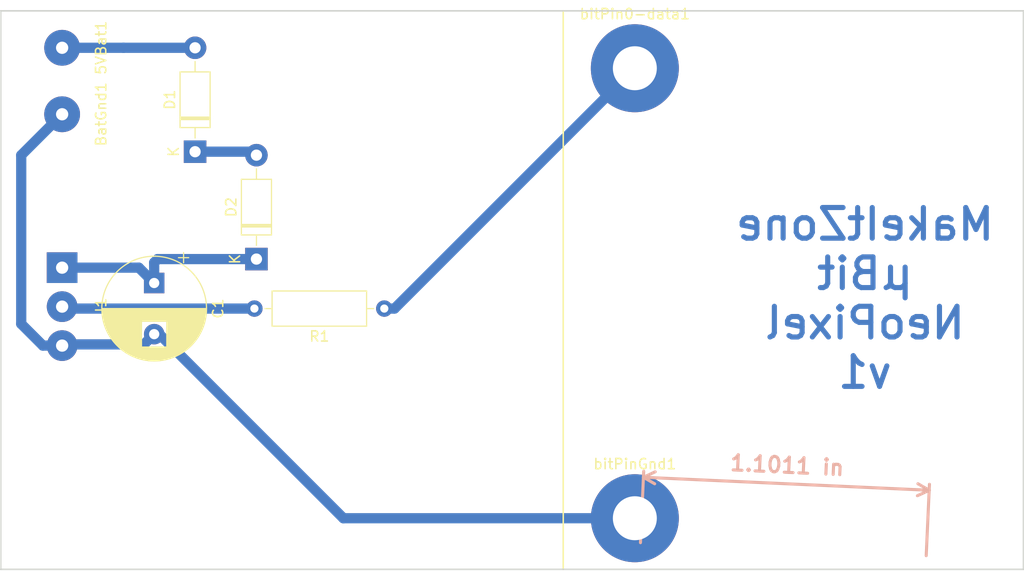
<source format=kicad_pcb>
(kicad_pcb (version 20171130) (host pcbnew "(5.0.1-3-g963ef8bb5)")

  (general
    (thickness 1.6)
    (drawings 7)
    (tracks 23)
    (zones 0)
    (modules 9)
    (nets 7)
  )

  (page A4)
  (layers
    (0 F.Cu signal)
    (31 B.Cu signal)
    (33 F.Adhes user)
    (35 F.Paste user)
    (37 F.SilkS user)
    (39 F.Mask user)
    (40 Dwgs.User user)
    (41 Cmts.User user)
    (42 Eco1.User user)
    (43 Eco2.User user)
    (44 Edge.Cuts user)
    (45 Margin user)
    (46 B.CrtYd user)
    (47 F.CrtYd user)
    (49 F.Fab user)
  )

  (setup
    (last_trace_width 1)
    (user_trace_width 0.5)
    (user_trace_width 1)
    (trace_clearance 0.2)
    (zone_clearance 0.508)
    (zone_45_only no)
    (trace_min 0.2)
    (segment_width 0.15)
    (edge_width 0.15)
    (via_size 2.5)
    (via_drill 0.5)
    (via_min_size 2.5)
    (via_min_drill 0.5)
    (uvia_size 0.3)
    (uvia_drill 0.1)
    (uvias_allowed no)
    (uvia_min_size 0.2)
    (uvia_min_drill 0.1)
    (pcb_text_width 0.3)
    (pcb_text_size 1.5 1.5)
    (mod_edge_width 0.15)
    (mod_text_size 1 1)
    (mod_text_width 0.15)
    (pad_size 8.6 8.6)
    (pad_drill 4.3)
    (pad_to_mask_clearance 0.051)
    (solder_mask_min_width 0.25)
    (aux_axis_origin 0 0)
    (visible_elements FFFFFF7F)
    (pcbplotparams
      (layerselection 0x00000_fffffffe)
      (usegerberextensions false)
      (usegerberattributes false)
      (usegerberadvancedattributes false)
      (creategerberjobfile false)
      (excludeedgelayer false)
      (linewidth 0.100000)
      (plotframeref false)
      (viasonmask false)
      (mode 1)
      (useauxorigin false)
      (hpglpennumber 1)
      (hpglpenspeed 20)
      (hpglpendiameter 15.000000)
      (psnegative false)
      (psa4output false)
      (plotreference false)
      (plotvalue false)
      (plotinvisibletext false)
      (padsonsilk false)
      (subtractmaskfromsilk false)
      (outputformat 1)
      (mirror false)
      (drillshape 0)
      (scaleselection 1)
      (outputdirectory "fabfiles/"))
  )

  (net 0 "")
  (net 1 "Net-(D1-Pad1)")
  (net 2 +5V)
  (net 3 GND)
  (net 4 "Net-(J1-Pad2)")
  (net 5 "Net-(R1-Pad1)")
  (net 6 "Net-(C1-Pad1)")

  (net_class Default "This is the default net class."
    (clearance 0.2)
    (trace_width 0.25)
    (via_dia 2.5)
    (via_drill 0.5)
    (uvia_dia 0.3)
    (uvia_drill 0.1)
    (add_net +5V)
    (add_net GND)
    (add_net "Net-(C1-Pad1)")
    (add_net "Net-(D1-Pad1)")
    (add_net "Net-(J1-Pad2)")
    (add_net "Net-(R1-Pad1)")
  )

  (module Diode_THT:D_DO-41_SOD81_P10.16mm_Horizontal (layer F.Cu) (tedit 5AE50CD5) (tstamp 5BF946B3)
    (at 39 34.16 90)
    (descr "Diode, DO-41_SOD81 series, Axial, Horizontal, pin pitch=10.16mm, , length*diameter=5.2*2.7mm^2, , http://www.diodes.com/_files/packages/DO-41%20(Plastic).pdf")
    (tags "Diode DO-41_SOD81 series Axial Horizontal pin pitch 10.16mm  length 5.2mm diameter 2.7mm")
    (path /5BE971BB)
    (fp_text reference D1 (at 5.08 -2.47 90) (layer F.SilkS)
      (effects (font (size 1 1) (thickness 0.15)))
    )
    (fp_text value 1N4004 (at 5.08 2.47 90) (layer F.Fab)
      (effects (font (size 1 1) (thickness 0.15)))
    )
    (fp_line (start 2.48 -1.35) (end 2.48 1.35) (layer F.Fab) (width 0.1))
    (fp_line (start 2.48 1.35) (end 7.68 1.35) (layer F.Fab) (width 0.1))
    (fp_line (start 7.68 1.35) (end 7.68 -1.35) (layer F.Fab) (width 0.1))
    (fp_line (start 7.68 -1.35) (end 2.48 -1.35) (layer F.Fab) (width 0.1))
    (fp_line (start 0 0) (end 2.48 0) (layer F.Fab) (width 0.1))
    (fp_line (start 10.16 0) (end 7.68 0) (layer F.Fab) (width 0.1))
    (fp_line (start 3.26 -1.35) (end 3.26 1.35) (layer F.Fab) (width 0.1))
    (fp_line (start 3.36 -1.35) (end 3.36 1.35) (layer F.Fab) (width 0.1))
    (fp_line (start 3.16 -1.35) (end 3.16 1.35) (layer F.Fab) (width 0.1))
    (fp_line (start 2.36 -1.47) (end 2.36 1.47) (layer F.SilkS) (width 0.12))
    (fp_line (start 2.36 1.47) (end 7.8 1.47) (layer F.SilkS) (width 0.12))
    (fp_line (start 7.8 1.47) (end 7.8 -1.47) (layer F.SilkS) (width 0.12))
    (fp_line (start 7.8 -1.47) (end 2.36 -1.47) (layer F.SilkS) (width 0.12))
    (fp_line (start 1.34 0) (end 2.36 0) (layer F.SilkS) (width 0.12))
    (fp_line (start 8.82 0) (end 7.8 0) (layer F.SilkS) (width 0.12))
    (fp_line (start 3.26 -1.47) (end 3.26 1.47) (layer F.SilkS) (width 0.12))
    (fp_line (start 3.38 -1.47) (end 3.38 1.47) (layer F.SilkS) (width 0.12))
    (fp_line (start 3.14 -1.47) (end 3.14 1.47) (layer F.SilkS) (width 0.12))
    (fp_line (start -1.35 -1.6) (end -1.35 1.6) (layer F.CrtYd) (width 0.05))
    (fp_line (start -1.35 1.6) (end 11.51 1.6) (layer F.CrtYd) (width 0.05))
    (fp_line (start 11.51 1.6) (end 11.51 -1.6) (layer F.CrtYd) (width 0.05))
    (fp_line (start 11.51 -1.6) (end -1.35 -1.6) (layer F.CrtYd) (width 0.05))
    (fp_text user %R (at 5.47 0 90) (layer F.Fab)
      (effects (font (size 1 1) (thickness 0.15)))
    )
    (fp_text user K (at 0 -2.1 90) (layer F.Fab)
      (effects (font (size 1 1) (thickness 0.15)))
    )
    (fp_text user K (at 0 -2.1 90) (layer F.SilkS)
      (effects (font (size 1 1) (thickness 0.15)))
    )
    (pad 1 thru_hole rect (at 0 0 90) (size 2.2 2.2) (drill 1.1) (layers *.Cu *.Mask)
      (net 1 "Net-(D1-Pad1)"))
    (pad 2 thru_hole oval (at 10.16 0 90) (size 2.2 2.2) (drill 1.1) (layers *.Cu *.Mask)
      (net 2 +5V))
    (model ${KISYS3DMOD}/Diode_THT.3dshapes/D_DO-41_SOD81_P10.16mm_Horizontal.wrl
      (at (xyz 0 0 0))
      (scale (xyz 1 1 1))
      (rotate (xyz 0 0 0))
    )
  )

  (module MountingHole:MountingHole_4.3mm_M4_Pad (layer F.Cu) (tedit 56D1B4CB) (tstamp 5BEA16B9)
    (at 82 70)
    (descr "Mounting Hole 4.3mm, M4")
    (tags "mounting hole 4.3mm m4")
    (path /5BE9E6DE)
    (attr virtual)
    (fp_text reference bitPinGnd1 (at 0 -5.3) (layer F.SilkS)
      (effects (font (size 1 1) (thickness 0.15)))
    )
    (fp_text value Conn_01x01 (at 0 5.3) (layer F.Fab)
      (effects (font (size 1 1) (thickness 0.15)))
    )
    (fp_circle (center 0 0) (end 4.55 0) (layer F.CrtYd) (width 0.05))
    (fp_circle (center 0 0) (end 4.3 0) (layer Cmts.User) (width 0.15))
    (fp_text user %R (at 0.3 0) (layer F.Fab)
      (effects (font (size 1 1) (thickness 0.15)))
    )
    (pad 1 thru_hole circle (at 0 0) (size 8.6 8.6) (drill 4.3) (layers *.Cu *.Mask)
      (net 3 GND))
  )

  (module Connector_Wire:SolderWirePad_1x01_Drill1.2mm (layer F.Cu) (tedit 5AEE5EA7) (tstamp 5BEA2778)
    (at 26 24 270)
    (descr "Wire solder connection")
    (tags connector)
    (path /5BE96103)
    (attr virtual)
    (fp_text reference 5VBat1 (at 0 -3.81 270) (layer F.SilkS)
      (effects (font (size 1 1) (thickness 0.15)))
    )
    (fp_text value Conn_01x01 (at 0 3.175 270) (layer F.Fab)
      (effects (font (size 1 1) (thickness 0.15)))
    )
    (fp_text user %R (at 0 0 270) (layer F.Fab)
      (effects (font (size 1 1) (thickness 0.15)))
    )
    (fp_line (start -2.25 -2.25) (end 2.25 -2.25) (layer F.CrtYd) (width 0.05))
    (fp_line (start -2.25 -2.25) (end -2.25 2.25) (layer F.CrtYd) (width 0.05))
    (fp_line (start 2.25 2.25) (end 2.25 -2.25) (layer F.CrtYd) (width 0.05))
    (fp_line (start 2.25 2.25) (end -2.25 2.25) (layer F.CrtYd) (width 0.05))
    (pad 1 thru_hole circle (at 0 0 270) (size 3.50012 3.50012) (drill 1.19888) (layers *.Cu *.Mask)
      (net 2 +5V))
  )

  (module Connector_Wire:SolderWirePad_1x01_Drill1.2mm (layer F.Cu) (tedit 5AEE5EA7) (tstamp 5BEA2782)
    (at 26 30.5 270)
    (descr "Wire solder connection")
    (tags connector)
    (path /5BE96173)
    (attr virtual)
    (fp_text reference BatGnd1 (at 0 -3.81 270) (layer F.SilkS)
      (effects (font (size 1 1) (thickness 0.15)))
    )
    (fp_text value Conn_01x01 (at 0 3.175 270) (layer F.Fab)
      (effects (font (size 1 1) (thickness 0.15)))
    )
    (fp_line (start 2.25 2.25) (end -2.25 2.25) (layer F.CrtYd) (width 0.05))
    (fp_line (start 2.25 2.25) (end 2.25 -2.25) (layer F.CrtYd) (width 0.05))
    (fp_line (start -2.25 -2.25) (end -2.25 2.25) (layer F.CrtYd) (width 0.05))
    (fp_line (start -2.25 -2.25) (end 2.25 -2.25) (layer F.CrtYd) (width 0.05))
    (fp_text user %R (at 0 0 270) (layer F.Fab)
      (effects (font (size 1 1) (thickness 0.15)))
    )
    (pad 1 thru_hole circle (at 0 0 270) (size 3.50012 3.50012) (drill 1.19888) (layers *.Cu *.Mask)
      (net 3 GND))
  )

  (module Resistor_THT:R_Axial_DIN0309_L9.0mm_D3.2mm_P12.70mm_Horizontal (layer F.Cu) (tedit 5AE5139B) (tstamp 5BEA5661)
    (at 57.5 49.5 180)
    (descr "Resistor, Axial_DIN0309 series, Axial, Horizontal, pin pitch=12.7mm, 0.5W = 1/2W, length*diameter=9*3.2mm^2, http://cdn-reichelt.de/documents/datenblatt/B400/1_4W%23YAG.pdf")
    (tags "Resistor Axial_DIN0309 series Axial Horizontal pin pitch 12.7mm 0.5W = 1/2W length 9mm diameter 3.2mm")
    (path /5BEA924D)
    (fp_text reference R1 (at 6.35 -2.72 180) (layer F.SilkS)
      (effects (font (size 1 1) (thickness 0.15)))
    )
    (fp_text value 100 (at 6.35 2.72 180) (layer F.Fab)
      (effects (font (size 1 1) (thickness 0.15)))
    )
    (fp_line (start 1.85 -1.6) (end 1.85 1.6) (layer F.Fab) (width 0.1))
    (fp_line (start 1.85 1.6) (end 10.85 1.6) (layer F.Fab) (width 0.1))
    (fp_line (start 10.85 1.6) (end 10.85 -1.6) (layer F.Fab) (width 0.1))
    (fp_line (start 10.85 -1.6) (end 1.85 -1.6) (layer F.Fab) (width 0.1))
    (fp_line (start 0 0) (end 1.85 0) (layer F.Fab) (width 0.1))
    (fp_line (start 12.7 0) (end 10.85 0) (layer F.Fab) (width 0.1))
    (fp_line (start 1.73 -1.72) (end 1.73 1.72) (layer F.SilkS) (width 0.12))
    (fp_line (start 1.73 1.72) (end 10.97 1.72) (layer F.SilkS) (width 0.12))
    (fp_line (start 10.97 1.72) (end 10.97 -1.72) (layer F.SilkS) (width 0.12))
    (fp_line (start 10.97 -1.72) (end 1.73 -1.72) (layer F.SilkS) (width 0.12))
    (fp_line (start 1.04 0) (end 1.73 0) (layer F.SilkS) (width 0.12))
    (fp_line (start 11.66 0) (end 10.97 0) (layer F.SilkS) (width 0.12))
    (fp_line (start -1.05 -1.85) (end -1.05 1.85) (layer F.CrtYd) (width 0.05))
    (fp_line (start -1.05 1.85) (end 13.75 1.85) (layer F.CrtYd) (width 0.05))
    (fp_line (start 13.75 1.85) (end 13.75 -1.85) (layer F.CrtYd) (width 0.05))
    (fp_line (start 13.75 -1.85) (end -1.05 -1.85) (layer F.CrtYd) (width 0.05))
    (fp_text user %R (at 6.35 0 180) (layer F.Fab)
      (effects (font (size 1 1) (thickness 0.15)))
    )
    (pad 1 thru_hole circle (at 0 0 180) (size 1.6 1.6) (drill 0.8) (layers *.Cu *.Mask)
      (net 5 "Net-(R1-Pad1)"))
    (pad 2 thru_hole oval (at 12.7 0 180) (size 1.6 1.6) (drill 0.8) (layers *.Cu *.Mask)
      (net 4 "Net-(J1-Pad2)"))
    (model ${KISYS3DMOD}/Resistor_THT.3dshapes/R_Axial_DIN0309_L9.0mm_D3.2mm_P12.70mm_Horizontal.wrl
      (at (xyz 0 0 0))
      (scale (xyz 1 1 1))
      (rotate (xyz 0 0 0))
    )
  )

  (module MountingHole:MountingHole_4.3mm_M4_Pad (layer F.Cu) (tedit 56D1B4CB) (tstamp 5BEAB390)
    (at 82 26)
    (descr "Mounting Hole 4.3mm, M4")
    (tags "mounting hole 4.3mm m4")
    (path /5BE9E2C1)
    (attr virtual)
    (fp_text reference bitPin0-data1 (at 0 -5.3) (layer F.SilkS)
      (effects (font (size 1 1) (thickness 0.15)))
    )
    (fp_text value Conn_01x01 (at 0 5.3) (layer F.Fab)
      (effects (font (size 1 1) (thickness 0.15)))
    )
    (fp_text user %R (at 0.3 0) (layer F.Fab)
      (effects (font (size 1 1) (thickness 0.15)))
    )
    (fp_circle (center 0 0) (end 4.3 0) (layer Cmts.User) (width 0.15))
    (fp_circle (center 0 0) (end 4.55 0) (layer F.CrtYd) (width 0.05))
    (pad 1 thru_hole circle (at 0 0) (size 8.6 8.6) (drill 4.3) (layers *.Cu *.Mask)
      (net 5 "Net-(R1-Pad1)"))
  )

  (module Capacitor_THT:CP_Radial_D10.0mm_P5.00mm (layer F.Cu) (tedit 5AE50EF1) (tstamp 5BEAB45C)
    (at 35 47 270)
    (descr "CP, Radial series, Radial, pin pitch=5.00mm, , diameter=10mm, Electrolytic Capacitor")
    (tags "CP Radial series Radial pin pitch 5.00mm  diameter 10mm Electrolytic Capacitor")
    (path /5BEA8845)
    (fp_text reference C1 (at 2.5 -6.25 270) (layer F.SilkS)
      (effects (font (size 1 1) (thickness 0.15)))
    )
    (fp_text value 220uF (at 2.5 6.25 270) (layer F.Fab)
      (effects (font (size 1 1) (thickness 0.15)))
    )
    (fp_circle (center 2.5 0) (end 7.5 0) (layer F.Fab) (width 0.1))
    (fp_circle (center 2.5 0) (end 7.62 0) (layer F.SilkS) (width 0.12))
    (fp_circle (center 2.5 0) (end 7.75 0) (layer F.CrtYd) (width 0.05))
    (fp_line (start -1.788861 -2.1875) (end -0.788861 -2.1875) (layer F.Fab) (width 0.1))
    (fp_line (start -1.288861 -2.6875) (end -1.288861 -1.6875) (layer F.Fab) (width 0.1))
    (fp_line (start 2.5 -5.08) (end 2.5 5.08) (layer F.SilkS) (width 0.12))
    (fp_line (start 2.54 -5.08) (end 2.54 5.08) (layer F.SilkS) (width 0.12))
    (fp_line (start 2.58 -5.08) (end 2.58 5.08) (layer F.SilkS) (width 0.12))
    (fp_line (start 2.62 -5.079) (end 2.62 5.079) (layer F.SilkS) (width 0.12))
    (fp_line (start 2.66 -5.078) (end 2.66 5.078) (layer F.SilkS) (width 0.12))
    (fp_line (start 2.7 -5.077) (end 2.7 5.077) (layer F.SilkS) (width 0.12))
    (fp_line (start 2.74 -5.075) (end 2.74 5.075) (layer F.SilkS) (width 0.12))
    (fp_line (start 2.78 -5.073) (end 2.78 5.073) (layer F.SilkS) (width 0.12))
    (fp_line (start 2.82 -5.07) (end 2.82 5.07) (layer F.SilkS) (width 0.12))
    (fp_line (start 2.86 -5.068) (end 2.86 5.068) (layer F.SilkS) (width 0.12))
    (fp_line (start 2.9 -5.065) (end 2.9 5.065) (layer F.SilkS) (width 0.12))
    (fp_line (start 2.94 -5.062) (end 2.94 5.062) (layer F.SilkS) (width 0.12))
    (fp_line (start 2.98 -5.058) (end 2.98 5.058) (layer F.SilkS) (width 0.12))
    (fp_line (start 3.02 -5.054) (end 3.02 5.054) (layer F.SilkS) (width 0.12))
    (fp_line (start 3.06 -5.05) (end 3.06 5.05) (layer F.SilkS) (width 0.12))
    (fp_line (start 3.1 -5.045) (end 3.1 5.045) (layer F.SilkS) (width 0.12))
    (fp_line (start 3.14 -5.04) (end 3.14 5.04) (layer F.SilkS) (width 0.12))
    (fp_line (start 3.18 -5.035) (end 3.18 5.035) (layer F.SilkS) (width 0.12))
    (fp_line (start 3.221 -5.03) (end 3.221 5.03) (layer F.SilkS) (width 0.12))
    (fp_line (start 3.261 -5.024) (end 3.261 5.024) (layer F.SilkS) (width 0.12))
    (fp_line (start 3.301 -5.018) (end 3.301 5.018) (layer F.SilkS) (width 0.12))
    (fp_line (start 3.341 -5.011) (end 3.341 5.011) (layer F.SilkS) (width 0.12))
    (fp_line (start 3.381 -5.004) (end 3.381 5.004) (layer F.SilkS) (width 0.12))
    (fp_line (start 3.421 -4.997) (end 3.421 4.997) (layer F.SilkS) (width 0.12))
    (fp_line (start 3.461 -4.99) (end 3.461 4.99) (layer F.SilkS) (width 0.12))
    (fp_line (start 3.501 -4.982) (end 3.501 4.982) (layer F.SilkS) (width 0.12))
    (fp_line (start 3.541 -4.974) (end 3.541 4.974) (layer F.SilkS) (width 0.12))
    (fp_line (start 3.581 -4.965) (end 3.581 4.965) (layer F.SilkS) (width 0.12))
    (fp_line (start 3.621 -4.956) (end 3.621 4.956) (layer F.SilkS) (width 0.12))
    (fp_line (start 3.661 -4.947) (end 3.661 4.947) (layer F.SilkS) (width 0.12))
    (fp_line (start 3.701 -4.938) (end 3.701 4.938) (layer F.SilkS) (width 0.12))
    (fp_line (start 3.741 -4.928) (end 3.741 4.928) (layer F.SilkS) (width 0.12))
    (fp_line (start 3.781 -4.918) (end 3.781 -1.241) (layer F.SilkS) (width 0.12))
    (fp_line (start 3.781 1.241) (end 3.781 4.918) (layer F.SilkS) (width 0.12))
    (fp_line (start 3.821 -4.907) (end 3.821 -1.241) (layer F.SilkS) (width 0.12))
    (fp_line (start 3.821 1.241) (end 3.821 4.907) (layer F.SilkS) (width 0.12))
    (fp_line (start 3.861 -4.897) (end 3.861 -1.241) (layer F.SilkS) (width 0.12))
    (fp_line (start 3.861 1.241) (end 3.861 4.897) (layer F.SilkS) (width 0.12))
    (fp_line (start 3.901 -4.885) (end 3.901 -1.241) (layer F.SilkS) (width 0.12))
    (fp_line (start 3.901 1.241) (end 3.901 4.885) (layer F.SilkS) (width 0.12))
    (fp_line (start 3.941 -4.874) (end 3.941 -1.241) (layer F.SilkS) (width 0.12))
    (fp_line (start 3.941 1.241) (end 3.941 4.874) (layer F.SilkS) (width 0.12))
    (fp_line (start 3.981 -4.862) (end 3.981 -1.241) (layer F.SilkS) (width 0.12))
    (fp_line (start 3.981 1.241) (end 3.981 4.862) (layer F.SilkS) (width 0.12))
    (fp_line (start 4.021 -4.85) (end 4.021 -1.241) (layer F.SilkS) (width 0.12))
    (fp_line (start 4.021 1.241) (end 4.021 4.85) (layer F.SilkS) (width 0.12))
    (fp_line (start 4.061 -4.837) (end 4.061 -1.241) (layer F.SilkS) (width 0.12))
    (fp_line (start 4.061 1.241) (end 4.061 4.837) (layer F.SilkS) (width 0.12))
    (fp_line (start 4.101 -4.824) (end 4.101 -1.241) (layer F.SilkS) (width 0.12))
    (fp_line (start 4.101 1.241) (end 4.101 4.824) (layer F.SilkS) (width 0.12))
    (fp_line (start 4.141 -4.811) (end 4.141 -1.241) (layer F.SilkS) (width 0.12))
    (fp_line (start 4.141 1.241) (end 4.141 4.811) (layer F.SilkS) (width 0.12))
    (fp_line (start 4.181 -4.797) (end 4.181 -1.241) (layer F.SilkS) (width 0.12))
    (fp_line (start 4.181 1.241) (end 4.181 4.797) (layer F.SilkS) (width 0.12))
    (fp_line (start 4.221 -4.783) (end 4.221 -1.241) (layer F.SilkS) (width 0.12))
    (fp_line (start 4.221 1.241) (end 4.221 4.783) (layer F.SilkS) (width 0.12))
    (fp_line (start 4.261 -4.768) (end 4.261 -1.241) (layer F.SilkS) (width 0.12))
    (fp_line (start 4.261 1.241) (end 4.261 4.768) (layer F.SilkS) (width 0.12))
    (fp_line (start 4.301 -4.754) (end 4.301 -1.241) (layer F.SilkS) (width 0.12))
    (fp_line (start 4.301 1.241) (end 4.301 4.754) (layer F.SilkS) (width 0.12))
    (fp_line (start 4.341 -4.738) (end 4.341 -1.241) (layer F.SilkS) (width 0.12))
    (fp_line (start 4.341 1.241) (end 4.341 4.738) (layer F.SilkS) (width 0.12))
    (fp_line (start 4.381 -4.723) (end 4.381 -1.241) (layer F.SilkS) (width 0.12))
    (fp_line (start 4.381 1.241) (end 4.381 4.723) (layer F.SilkS) (width 0.12))
    (fp_line (start 4.421 -4.707) (end 4.421 -1.241) (layer F.SilkS) (width 0.12))
    (fp_line (start 4.421 1.241) (end 4.421 4.707) (layer F.SilkS) (width 0.12))
    (fp_line (start 4.461 -4.69) (end 4.461 -1.241) (layer F.SilkS) (width 0.12))
    (fp_line (start 4.461 1.241) (end 4.461 4.69) (layer F.SilkS) (width 0.12))
    (fp_line (start 4.501 -4.674) (end 4.501 -1.241) (layer F.SilkS) (width 0.12))
    (fp_line (start 4.501 1.241) (end 4.501 4.674) (layer F.SilkS) (width 0.12))
    (fp_line (start 4.541 -4.657) (end 4.541 -1.241) (layer F.SilkS) (width 0.12))
    (fp_line (start 4.541 1.241) (end 4.541 4.657) (layer F.SilkS) (width 0.12))
    (fp_line (start 4.581 -4.639) (end 4.581 -1.241) (layer F.SilkS) (width 0.12))
    (fp_line (start 4.581 1.241) (end 4.581 4.639) (layer F.SilkS) (width 0.12))
    (fp_line (start 4.621 -4.621) (end 4.621 -1.241) (layer F.SilkS) (width 0.12))
    (fp_line (start 4.621 1.241) (end 4.621 4.621) (layer F.SilkS) (width 0.12))
    (fp_line (start 4.661 -4.603) (end 4.661 -1.241) (layer F.SilkS) (width 0.12))
    (fp_line (start 4.661 1.241) (end 4.661 4.603) (layer F.SilkS) (width 0.12))
    (fp_line (start 4.701 -4.584) (end 4.701 -1.241) (layer F.SilkS) (width 0.12))
    (fp_line (start 4.701 1.241) (end 4.701 4.584) (layer F.SilkS) (width 0.12))
    (fp_line (start 4.741 -4.564) (end 4.741 -1.241) (layer F.SilkS) (width 0.12))
    (fp_line (start 4.741 1.241) (end 4.741 4.564) (layer F.SilkS) (width 0.12))
    (fp_line (start 4.781 -4.545) (end 4.781 -1.241) (layer F.SilkS) (width 0.12))
    (fp_line (start 4.781 1.241) (end 4.781 4.545) (layer F.SilkS) (width 0.12))
    (fp_line (start 4.821 -4.525) (end 4.821 -1.241) (layer F.SilkS) (width 0.12))
    (fp_line (start 4.821 1.241) (end 4.821 4.525) (layer F.SilkS) (width 0.12))
    (fp_line (start 4.861 -4.504) (end 4.861 -1.241) (layer F.SilkS) (width 0.12))
    (fp_line (start 4.861 1.241) (end 4.861 4.504) (layer F.SilkS) (width 0.12))
    (fp_line (start 4.901 -4.483) (end 4.901 -1.241) (layer F.SilkS) (width 0.12))
    (fp_line (start 4.901 1.241) (end 4.901 4.483) (layer F.SilkS) (width 0.12))
    (fp_line (start 4.941 -4.462) (end 4.941 -1.241) (layer F.SilkS) (width 0.12))
    (fp_line (start 4.941 1.241) (end 4.941 4.462) (layer F.SilkS) (width 0.12))
    (fp_line (start 4.981 -4.44) (end 4.981 -1.241) (layer F.SilkS) (width 0.12))
    (fp_line (start 4.981 1.241) (end 4.981 4.44) (layer F.SilkS) (width 0.12))
    (fp_line (start 5.021 -4.417) (end 5.021 -1.241) (layer F.SilkS) (width 0.12))
    (fp_line (start 5.021 1.241) (end 5.021 4.417) (layer F.SilkS) (width 0.12))
    (fp_line (start 5.061 -4.395) (end 5.061 -1.241) (layer F.SilkS) (width 0.12))
    (fp_line (start 5.061 1.241) (end 5.061 4.395) (layer F.SilkS) (width 0.12))
    (fp_line (start 5.101 -4.371) (end 5.101 -1.241) (layer F.SilkS) (width 0.12))
    (fp_line (start 5.101 1.241) (end 5.101 4.371) (layer F.SilkS) (width 0.12))
    (fp_line (start 5.141 -4.347) (end 5.141 -1.241) (layer F.SilkS) (width 0.12))
    (fp_line (start 5.141 1.241) (end 5.141 4.347) (layer F.SilkS) (width 0.12))
    (fp_line (start 5.181 -4.323) (end 5.181 -1.241) (layer F.SilkS) (width 0.12))
    (fp_line (start 5.181 1.241) (end 5.181 4.323) (layer F.SilkS) (width 0.12))
    (fp_line (start 5.221 -4.298) (end 5.221 -1.241) (layer F.SilkS) (width 0.12))
    (fp_line (start 5.221 1.241) (end 5.221 4.298) (layer F.SilkS) (width 0.12))
    (fp_line (start 5.261 -4.273) (end 5.261 -1.241) (layer F.SilkS) (width 0.12))
    (fp_line (start 5.261 1.241) (end 5.261 4.273) (layer F.SilkS) (width 0.12))
    (fp_line (start 5.301 -4.247) (end 5.301 -1.241) (layer F.SilkS) (width 0.12))
    (fp_line (start 5.301 1.241) (end 5.301 4.247) (layer F.SilkS) (width 0.12))
    (fp_line (start 5.341 -4.221) (end 5.341 -1.241) (layer F.SilkS) (width 0.12))
    (fp_line (start 5.341 1.241) (end 5.341 4.221) (layer F.SilkS) (width 0.12))
    (fp_line (start 5.381 -4.194) (end 5.381 -1.241) (layer F.SilkS) (width 0.12))
    (fp_line (start 5.381 1.241) (end 5.381 4.194) (layer F.SilkS) (width 0.12))
    (fp_line (start 5.421 -4.166) (end 5.421 -1.241) (layer F.SilkS) (width 0.12))
    (fp_line (start 5.421 1.241) (end 5.421 4.166) (layer F.SilkS) (width 0.12))
    (fp_line (start 5.461 -4.138) (end 5.461 -1.241) (layer F.SilkS) (width 0.12))
    (fp_line (start 5.461 1.241) (end 5.461 4.138) (layer F.SilkS) (width 0.12))
    (fp_line (start 5.501 -4.11) (end 5.501 -1.241) (layer F.SilkS) (width 0.12))
    (fp_line (start 5.501 1.241) (end 5.501 4.11) (layer F.SilkS) (width 0.12))
    (fp_line (start 5.541 -4.08) (end 5.541 -1.241) (layer F.SilkS) (width 0.12))
    (fp_line (start 5.541 1.241) (end 5.541 4.08) (layer F.SilkS) (width 0.12))
    (fp_line (start 5.581 -4.05) (end 5.581 -1.241) (layer F.SilkS) (width 0.12))
    (fp_line (start 5.581 1.241) (end 5.581 4.05) (layer F.SilkS) (width 0.12))
    (fp_line (start 5.621 -4.02) (end 5.621 -1.241) (layer F.SilkS) (width 0.12))
    (fp_line (start 5.621 1.241) (end 5.621 4.02) (layer F.SilkS) (width 0.12))
    (fp_line (start 5.661 -3.989) (end 5.661 -1.241) (layer F.SilkS) (width 0.12))
    (fp_line (start 5.661 1.241) (end 5.661 3.989) (layer F.SilkS) (width 0.12))
    (fp_line (start 5.701 -3.957) (end 5.701 -1.241) (layer F.SilkS) (width 0.12))
    (fp_line (start 5.701 1.241) (end 5.701 3.957) (layer F.SilkS) (width 0.12))
    (fp_line (start 5.741 -3.925) (end 5.741 -1.241) (layer F.SilkS) (width 0.12))
    (fp_line (start 5.741 1.241) (end 5.741 3.925) (layer F.SilkS) (width 0.12))
    (fp_line (start 5.781 -3.892) (end 5.781 -1.241) (layer F.SilkS) (width 0.12))
    (fp_line (start 5.781 1.241) (end 5.781 3.892) (layer F.SilkS) (width 0.12))
    (fp_line (start 5.821 -3.858) (end 5.821 -1.241) (layer F.SilkS) (width 0.12))
    (fp_line (start 5.821 1.241) (end 5.821 3.858) (layer F.SilkS) (width 0.12))
    (fp_line (start 5.861 -3.824) (end 5.861 -1.241) (layer F.SilkS) (width 0.12))
    (fp_line (start 5.861 1.241) (end 5.861 3.824) (layer F.SilkS) (width 0.12))
    (fp_line (start 5.901 -3.789) (end 5.901 -1.241) (layer F.SilkS) (width 0.12))
    (fp_line (start 5.901 1.241) (end 5.901 3.789) (layer F.SilkS) (width 0.12))
    (fp_line (start 5.941 -3.753) (end 5.941 -1.241) (layer F.SilkS) (width 0.12))
    (fp_line (start 5.941 1.241) (end 5.941 3.753) (layer F.SilkS) (width 0.12))
    (fp_line (start 5.981 -3.716) (end 5.981 -1.241) (layer F.SilkS) (width 0.12))
    (fp_line (start 5.981 1.241) (end 5.981 3.716) (layer F.SilkS) (width 0.12))
    (fp_line (start 6.021 -3.679) (end 6.021 -1.241) (layer F.SilkS) (width 0.12))
    (fp_line (start 6.021 1.241) (end 6.021 3.679) (layer F.SilkS) (width 0.12))
    (fp_line (start 6.061 -3.64) (end 6.061 -1.241) (layer F.SilkS) (width 0.12))
    (fp_line (start 6.061 1.241) (end 6.061 3.64) (layer F.SilkS) (width 0.12))
    (fp_line (start 6.101 -3.601) (end 6.101 -1.241) (layer F.SilkS) (width 0.12))
    (fp_line (start 6.101 1.241) (end 6.101 3.601) (layer F.SilkS) (width 0.12))
    (fp_line (start 6.141 -3.561) (end 6.141 -1.241) (layer F.SilkS) (width 0.12))
    (fp_line (start 6.141 1.241) (end 6.141 3.561) (layer F.SilkS) (width 0.12))
    (fp_line (start 6.181 -3.52) (end 6.181 -1.241) (layer F.SilkS) (width 0.12))
    (fp_line (start 6.181 1.241) (end 6.181 3.52) (layer F.SilkS) (width 0.12))
    (fp_line (start 6.221 -3.478) (end 6.221 -1.241) (layer F.SilkS) (width 0.12))
    (fp_line (start 6.221 1.241) (end 6.221 3.478) (layer F.SilkS) (width 0.12))
    (fp_line (start 6.261 -3.436) (end 6.261 3.436) (layer F.SilkS) (width 0.12))
    (fp_line (start 6.301 -3.392) (end 6.301 3.392) (layer F.SilkS) (width 0.12))
    (fp_line (start 6.341 -3.347) (end 6.341 3.347) (layer F.SilkS) (width 0.12))
    (fp_line (start 6.381 -3.301) (end 6.381 3.301) (layer F.SilkS) (width 0.12))
    (fp_line (start 6.421 -3.254) (end 6.421 3.254) (layer F.SilkS) (width 0.12))
    (fp_line (start 6.461 -3.206) (end 6.461 3.206) (layer F.SilkS) (width 0.12))
    (fp_line (start 6.501 -3.156) (end 6.501 3.156) (layer F.SilkS) (width 0.12))
    (fp_line (start 6.541 -3.106) (end 6.541 3.106) (layer F.SilkS) (width 0.12))
    (fp_line (start 6.581 -3.054) (end 6.581 3.054) (layer F.SilkS) (width 0.12))
    (fp_line (start 6.621 -3) (end 6.621 3) (layer F.SilkS) (width 0.12))
    (fp_line (start 6.661 -2.945) (end 6.661 2.945) (layer F.SilkS) (width 0.12))
    (fp_line (start 6.701 -2.889) (end 6.701 2.889) (layer F.SilkS) (width 0.12))
    (fp_line (start 6.741 -2.83) (end 6.741 2.83) (layer F.SilkS) (width 0.12))
    (fp_line (start 6.781 -2.77) (end 6.781 2.77) (layer F.SilkS) (width 0.12))
    (fp_line (start 6.821 -2.709) (end 6.821 2.709) (layer F.SilkS) (width 0.12))
    (fp_line (start 6.861 -2.645) (end 6.861 2.645) (layer F.SilkS) (width 0.12))
    (fp_line (start 6.901 -2.579) (end 6.901 2.579) (layer F.SilkS) (width 0.12))
    (fp_line (start 6.941 -2.51) (end 6.941 2.51) (layer F.SilkS) (width 0.12))
    (fp_line (start 6.981 -2.439) (end 6.981 2.439) (layer F.SilkS) (width 0.12))
    (fp_line (start 7.021 -2.365) (end 7.021 2.365) (layer F.SilkS) (width 0.12))
    (fp_line (start 7.061 -2.289) (end 7.061 2.289) (layer F.SilkS) (width 0.12))
    (fp_line (start 7.101 -2.209) (end 7.101 2.209) (layer F.SilkS) (width 0.12))
    (fp_line (start 7.141 -2.125) (end 7.141 2.125) (layer F.SilkS) (width 0.12))
    (fp_line (start 7.181 -2.037) (end 7.181 2.037) (layer F.SilkS) (width 0.12))
    (fp_line (start 7.221 -1.944) (end 7.221 1.944) (layer F.SilkS) (width 0.12))
    (fp_line (start 7.261 -1.846) (end 7.261 1.846) (layer F.SilkS) (width 0.12))
    (fp_line (start 7.301 -1.742) (end 7.301 1.742) (layer F.SilkS) (width 0.12))
    (fp_line (start 7.341 -1.63) (end 7.341 1.63) (layer F.SilkS) (width 0.12))
    (fp_line (start 7.381 -1.51) (end 7.381 1.51) (layer F.SilkS) (width 0.12))
    (fp_line (start 7.421 -1.378) (end 7.421 1.378) (layer F.SilkS) (width 0.12))
    (fp_line (start 7.461 -1.23) (end 7.461 1.23) (layer F.SilkS) (width 0.12))
    (fp_line (start 7.501 -1.062) (end 7.501 1.062) (layer F.SilkS) (width 0.12))
    (fp_line (start 7.541 -0.862) (end 7.541 0.862) (layer F.SilkS) (width 0.12))
    (fp_line (start 7.581 -0.599) (end 7.581 0.599) (layer F.SilkS) (width 0.12))
    (fp_line (start -2.979646 -2.875) (end -1.979646 -2.875) (layer F.SilkS) (width 0.12))
    (fp_line (start -2.479646 -3.375) (end -2.479646 -2.375) (layer F.SilkS) (width 0.12))
    (fp_text user %R (at 2.5 0 270) (layer F.Fab)
      (effects (font (size 1 1) (thickness 0.15)))
    )
    (pad 1 thru_hole rect (at 0 0 270) (size 2 2) (drill 1) (layers *.Cu *.Mask)
      (net 6 "Net-(C1-Pad1)"))
    (pad 2 thru_hole circle (at 5 0 270) (size 2 2) (drill 1) (layers *.Cu *.Mask)
      (net 3 GND))
    (model ${KISYS3DMOD}/Capacitor_THT.3dshapes/CP_Radial_D10.0mm_P5.00mm.wrl
      (at (xyz 0 0 0))
      (scale (xyz 1 1 1))
      (rotate (xyz 0 0 0))
    )
  )

  (module Diode_THT:D_DO-41_SOD81_P10.16mm_Horizontal (layer F.Cu) (tedit 5AE50CD5) (tstamp 5BEAB47B)
    (at 45 44.66 90)
    (descr "Diode, DO-41_SOD81 series, Axial, Horizontal, pin pitch=10.16mm, , length*diameter=5.2*2.7mm^2, , http://www.diodes.com/_files/packages/DO-41%20(Plastic).pdf")
    (tags "Diode DO-41_SOD81 series Axial Horizontal pin pitch 10.16mm  length 5.2mm diameter 2.7mm")
    (path /5BEA7083)
    (fp_text reference D2 (at 5.08 -2.47 90) (layer F.SilkS)
      (effects (font (size 1 1) (thickness 0.15)))
    )
    (fp_text value 1N4004 (at 5.08 2.47 90) (layer F.Fab)
      (effects (font (size 1 1) (thickness 0.15)))
    )
    (fp_line (start 2.48 -1.35) (end 2.48 1.35) (layer F.Fab) (width 0.1))
    (fp_line (start 2.48 1.35) (end 7.68 1.35) (layer F.Fab) (width 0.1))
    (fp_line (start 7.68 1.35) (end 7.68 -1.35) (layer F.Fab) (width 0.1))
    (fp_line (start 7.68 -1.35) (end 2.48 -1.35) (layer F.Fab) (width 0.1))
    (fp_line (start 0 0) (end 2.48 0) (layer F.Fab) (width 0.1))
    (fp_line (start 10.16 0) (end 7.68 0) (layer F.Fab) (width 0.1))
    (fp_line (start 3.26 -1.35) (end 3.26 1.35) (layer F.Fab) (width 0.1))
    (fp_line (start 3.36 -1.35) (end 3.36 1.35) (layer F.Fab) (width 0.1))
    (fp_line (start 3.16 -1.35) (end 3.16 1.35) (layer F.Fab) (width 0.1))
    (fp_line (start 2.36 -1.47) (end 2.36 1.47) (layer F.SilkS) (width 0.12))
    (fp_line (start 2.36 1.47) (end 7.8 1.47) (layer F.SilkS) (width 0.12))
    (fp_line (start 7.8 1.47) (end 7.8 -1.47) (layer F.SilkS) (width 0.12))
    (fp_line (start 7.8 -1.47) (end 2.36 -1.47) (layer F.SilkS) (width 0.12))
    (fp_line (start 1.34 0) (end 2.36 0) (layer F.SilkS) (width 0.12))
    (fp_line (start 8.82 0) (end 7.8 0) (layer F.SilkS) (width 0.12))
    (fp_line (start 3.26 -1.47) (end 3.26 1.47) (layer F.SilkS) (width 0.12))
    (fp_line (start 3.38 -1.47) (end 3.38 1.47) (layer F.SilkS) (width 0.12))
    (fp_line (start 3.14 -1.47) (end 3.14 1.47) (layer F.SilkS) (width 0.12))
    (fp_line (start -1.35 -1.6) (end -1.35 1.6) (layer F.CrtYd) (width 0.05))
    (fp_line (start -1.35 1.6) (end 11.51 1.6) (layer F.CrtYd) (width 0.05))
    (fp_line (start 11.51 1.6) (end 11.51 -1.6) (layer F.CrtYd) (width 0.05))
    (fp_line (start 11.51 -1.6) (end -1.35 -1.6) (layer F.CrtYd) (width 0.05))
    (fp_text user %R (at 5.47 0 90) (layer F.Fab)
      (effects (font (size 1 1) (thickness 0.15)))
    )
    (fp_text user K (at 0 -2.1 90) (layer F.Fab)
      (effects (font (size 1 1) (thickness 0.15)))
    )
    (fp_text user K (at 0 -2.1 90) (layer F.SilkS)
      (effects (font (size 1 1) (thickness 0.15)))
    )
    (pad 1 thru_hole rect (at 0 0 90) (size 2.2 2.2) (drill 1.1) (layers *.Cu *.Mask)
      (net 6 "Net-(C1-Pad1)"))
    (pad 2 thru_hole oval (at 10.16 0 90) (size 2.2 2.2) (drill 1.1) (layers *.Cu *.Mask)
      (net 1 "Net-(D1-Pad1)"))
    (model ${KISYS3DMOD}/Diode_THT.3dshapes/D_DO-41_SOD81_P10.16mm_Horizontal.wrl
      (at (xyz 0 0 0))
      (scale (xyz 1 1 1))
      (rotate (xyz 0 0 0))
    )
  )

  (module Connector_Wire:SolderWirePad_1x03_P3.81mm_Drill1.2mm (layer F.Cu) (tedit 5AEE5F4D) (tstamp 5BEAB6AC)
    (at 26 45.5 270)
    (descr "Wire solder connection")
    (tags connector)
    (path /5BEA7CF0)
    (attr virtual)
    (fp_text reference J1 (at 3.81 -3.81 270) (layer F.SilkS)
      (effects (font (size 1 1) (thickness 0.15)))
    )
    (fp_text value Conn_01x04_Female (at 3.81 3.81 270) (layer F.Fab)
      (effects (font (size 1 1) (thickness 0.15)))
    )
    (fp_text user %R (at 3.81 0 270) (layer F.Fab)
      (effects (font (size 1 1) (thickness 0.15)))
    )
    (fp_line (start -2 -2) (end 9.62 -2) (layer F.CrtYd) (width 0.05))
    (fp_line (start -2 -2) (end -2 2) (layer F.CrtYd) (width 0.05))
    (fp_line (start 9.62 2) (end 9.62 -2) (layer F.CrtYd) (width 0.05))
    (fp_line (start 9.62 2) (end -2 2) (layer F.CrtYd) (width 0.05))
    (pad 1 thru_hole rect (at 0 0 270) (size 2.99974 2.99974) (drill 1.19888) (layers *.Cu *.Mask)
      (net 6 "Net-(C1-Pad1)"))
    (pad 2 thru_hole circle (at 3.81 0 270) (size 2.99974 2.99974) (drill 1.19888) (layers *.Cu *.Mask)
      (net 4 "Net-(J1-Pad2)"))
    (pad 3 thru_hole circle (at 7.62 0 270) (size 2.99974 2.99974) (drill 1.19888) (layers *.Cu *.Mask)
      (net 3 GND))
  )

  (gr_line (start 75 20.39) (end 75 75) (layer F.SilkS) (width 0.15) (tstamp 5BF95CCD))
  (gr_line (start 120 20.39) (end 120 75) (layer Edge.Cuts) (width 0.15) (tstamp 5BF95CC7))
  (gr_line (start 20 20.39) (end 120 20.39) (layer Edge.Cuts) (width 0.15) (tstamp 5BF95CBF))
  (gr_line (start 20 20.39) (end 20 75) (layer Edge.Cuts) (width 0.15) (tstamp 5BF94951))
  (gr_line (start 20 75) (end 120 75) (layer Edge.Cuts) (width 0.15) (tstamp 5BF945EB))
  (dimension 27.968849 (width 0.3) (layer B.SilkS)
    (gr_text "27.969 mm" (at 96.906016 64.532651 357.3974378) (layer B.SilkS)
      (effects (font (size 1.5 1.5) (thickness 0.3)))
    )
    (feature1 (pts (xy 110.49 73.66) (xy 110.807288 66.67967)))
    (feature2 (pts (xy 82.55 72.39) (xy 82.867288 65.40967)))
    (crossbar (pts (xy 82.84066 65.995485) (xy 110.78066 67.265485)))
    (arrow1a (pts (xy 110.78066 67.265485) (xy 109.62869 67.800149)))
    (arrow1b (pts (xy 110.78066 67.265485) (xy 109.681946 66.628517)))
    (arrow2a (pts (xy 82.84066 65.995485) (xy 83.939374 66.632453)))
    (arrow2b (pts (xy 82.84066 65.995485) (xy 83.99263 65.460821)))
  )
  (gr_text "MakeItZone\nµBit\nNeoPixel\nv1" (at 104.5 48.5) (layer B.Cu) (tstamp 5BF94A29)
    (effects (font (size 3 3) (thickness 0.5)) (justify mirror))
  )

  (segment (start 44.66 34.16) (end 45 34.5) (width 1) (layer B.Cu) (net 1) (status 30))
  (segment (start 39 34.16) (end 44.66 34.16) (width 1) (layer B.Cu) (net 1) (status 30))
  (segment (start 32 24) (end 39 24) (width 1) (layer B.Cu) (net 2) (status 20))
  (segment (start 26 24) (end 32 24) (width 1) (layer B.Cu) (net 2) (status 10))
  (segment (start 53.5 70) (end 82 70) (width 1) (layer B.Cu) (net 3))
  (segment (start 35.5 52) (end 53.5 70) (width 1) (layer B.Cu) (net 3))
  (segment (start 35 52) (end 35.5 52) (width 1) (layer B.Cu) (net 3))
  (segment (start 34 53) (end 35 52) (width 1) (layer B.Cu) (net 3))
  (segment (start 26.12 53) (end 34 53) (width 1) (layer B.Cu) (net 3))
  (segment (start 26 53.12) (end 26.12 53) (width 1) (layer B.Cu) (net 3))
  (segment (start 24.12 53.12) (end 26 53.12) (width 1) (layer B.Cu) (net 3))
  (segment (start 22 34.5) (end 22 51) (width 1) (layer B.Cu) (net 3))
  (segment (start 22 51) (end 24.12 53.12) (width 1) (layer B.Cu) (net 3))
  (segment (start 26 30.5) (end 22 34.5) (width 1) (layer B.Cu) (net 3))
  (segment (start 26.19 49.5) (end 26 49.31) (width 1) (layer B.Cu) (net 4))
  (segment (start 44.8 49.5) (end 26.19 49.5) (width 1) (layer B.Cu) (net 4))
  (segment (start 58.5 49.5) (end 57.5 49.5) (width 1) (layer B.Cu) (net 5))
  (segment (start 82 26) (end 58.5 49.5) (width 1) (layer B.Cu) (net 5))
  (segment (start 35 45) (end 35 47) (width 1) (layer B.Cu) (net 6))
  (segment (start 35.34 44.66) (end 35 45) (width 1) (layer B.Cu) (net 6))
  (segment (start 45 44.66) (end 35.34 44.66) (width 1) (layer B.Cu) (net 6))
  (segment (start 33.5 45.5) (end 35 47) (width 1) (layer B.Cu) (net 6))
  (segment (start 26 45.5) (end 33.5 45.5) (width 1) (layer B.Cu) (net 6))

)

</source>
